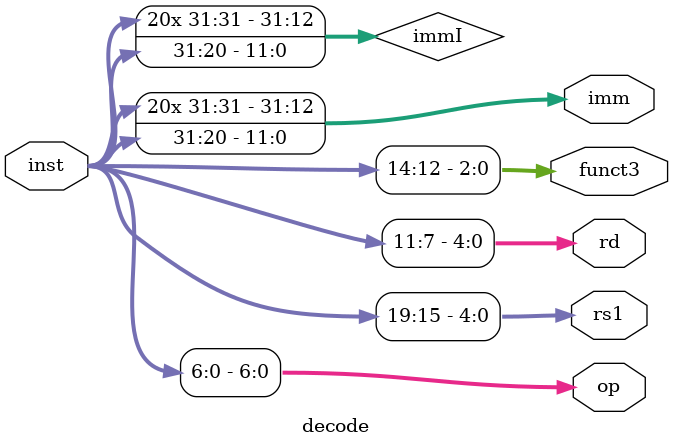
<source format=v>
module decode(
    
    input wire[31:0] inst,

    output wire[6:0] op,
    output wire[4:0] rs1,
    output wire[4:0] rd,
    output wire[2:0] funct3,
    output wire[31:0] imm

);

    assign op = inst[6:0];
    assign rd = inst[11:7];
    assign rs1 = inst[19:15];
    assign funct3 = inst[14:12];
    
    wire[31:0]immI;

    assign immI = {{20{inst[31]}},inst[31:20]};

    assign imm = immI;
    
endmodule
</source>
